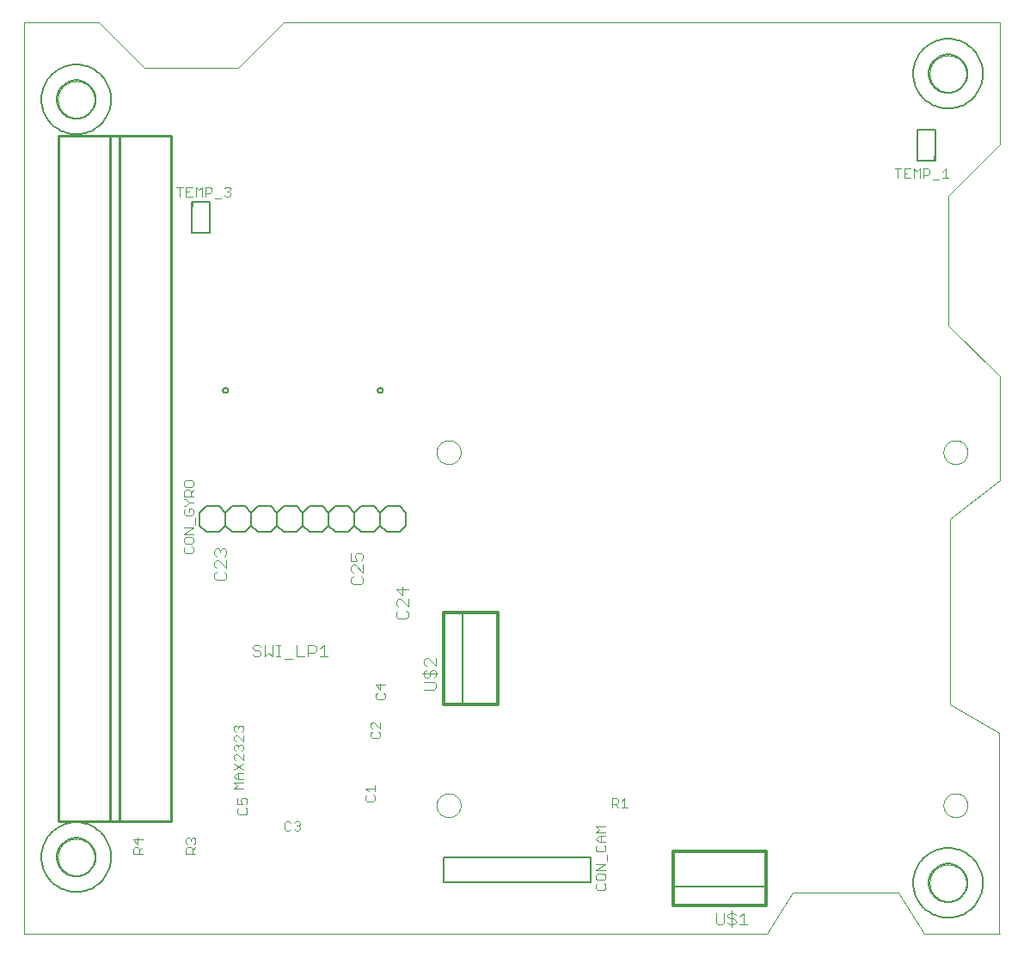
<source format=gto>
G75*
%MOIN*%
%OFA0B0*%
%FSLAX24Y24*%
%IPPOS*%
%LPD*%
%AMOC8*
5,1,8,0,0,1.08239X$1,22.5*
%
%ADD10C,0.0000*%
%ADD11C,0.0080*%
%ADD12C,0.0030*%
%ADD13C,0.0060*%
%ADD14C,0.0050*%
%ADD15C,0.0100*%
%ADD16R,0.0100X0.0200*%
%ADD17C,0.0040*%
%ADD18C,0.0120*%
D10*
X000115Y000135D02*
X028915Y000135D01*
X029918Y001748D01*
X034009Y001748D01*
X035015Y000135D01*
X037915Y000135D01*
X037915Y007935D01*
X036015Y009035D01*
X036015Y016235D01*
X037925Y017755D01*
X037925Y021775D01*
X035935Y023765D01*
X035935Y028785D01*
X037925Y030775D01*
X037925Y035521D01*
X037926Y035521D02*
X010158Y035521D01*
X008391Y033757D01*
X004761Y033757D01*
X002997Y035521D01*
X000115Y035521D01*
X000115Y035521D01*
X000115Y000135D01*
X001416Y003125D02*
X001418Y003178D01*
X001424Y003231D01*
X001434Y003283D01*
X001447Y003334D01*
X001465Y003384D01*
X001486Y003433D01*
X001511Y003480D01*
X001539Y003524D01*
X001571Y003567D01*
X001605Y003607D01*
X001643Y003645D01*
X001683Y003679D01*
X001726Y003711D01*
X001771Y003739D01*
X001817Y003764D01*
X001866Y003785D01*
X001916Y003803D01*
X001967Y003816D01*
X002019Y003826D01*
X002072Y003832D01*
X002125Y003834D01*
X002178Y003832D01*
X002231Y003826D01*
X002283Y003816D01*
X002334Y003803D01*
X002384Y003785D01*
X002433Y003764D01*
X002480Y003739D01*
X002524Y003711D01*
X002567Y003679D01*
X002607Y003645D01*
X002645Y003607D01*
X002679Y003567D01*
X002711Y003524D01*
X002739Y003479D01*
X002764Y003433D01*
X002785Y003384D01*
X002803Y003334D01*
X002816Y003283D01*
X002826Y003231D01*
X002832Y003178D01*
X002834Y003125D01*
X002832Y003072D01*
X002826Y003019D01*
X002816Y002967D01*
X002803Y002916D01*
X002785Y002866D01*
X002764Y002817D01*
X002739Y002770D01*
X002711Y002726D01*
X002679Y002683D01*
X002645Y002643D01*
X002607Y002605D01*
X002567Y002571D01*
X002524Y002539D01*
X002479Y002511D01*
X002433Y002486D01*
X002384Y002465D01*
X002334Y002447D01*
X002283Y002434D01*
X002231Y002424D01*
X002178Y002418D01*
X002125Y002416D01*
X002072Y002418D01*
X002019Y002424D01*
X001967Y002434D01*
X001916Y002447D01*
X001866Y002465D01*
X001817Y002486D01*
X001770Y002511D01*
X001726Y002539D01*
X001683Y002571D01*
X001643Y002605D01*
X001605Y002643D01*
X001571Y002683D01*
X001539Y002726D01*
X001511Y002771D01*
X001486Y002817D01*
X001465Y002866D01*
X001447Y002916D01*
X001434Y002967D01*
X001424Y003019D01*
X001418Y003072D01*
X001416Y003125D01*
X016100Y005135D02*
X016102Y005178D01*
X016108Y005220D01*
X016118Y005262D01*
X016131Y005303D01*
X016149Y005342D01*
X016170Y005380D01*
X016194Y005415D01*
X016221Y005448D01*
X016252Y005479D01*
X016285Y005506D01*
X016320Y005530D01*
X016358Y005551D01*
X016397Y005569D01*
X016438Y005582D01*
X016480Y005592D01*
X016522Y005598D01*
X016565Y005600D01*
X016608Y005598D01*
X016650Y005592D01*
X016692Y005582D01*
X016733Y005569D01*
X016772Y005551D01*
X016810Y005530D01*
X016845Y005506D01*
X016878Y005479D01*
X016909Y005448D01*
X016936Y005415D01*
X016960Y005380D01*
X016981Y005342D01*
X016999Y005303D01*
X017012Y005262D01*
X017022Y005220D01*
X017028Y005178D01*
X017030Y005135D01*
X017028Y005092D01*
X017022Y005050D01*
X017012Y005008D01*
X016999Y004967D01*
X016981Y004928D01*
X016960Y004890D01*
X016936Y004855D01*
X016909Y004822D01*
X016878Y004791D01*
X016845Y004764D01*
X016810Y004740D01*
X016772Y004719D01*
X016733Y004701D01*
X016692Y004688D01*
X016650Y004678D01*
X016608Y004672D01*
X016565Y004670D01*
X016522Y004672D01*
X016480Y004678D01*
X016438Y004688D01*
X016397Y004701D01*
X016358Y004719D01*
X016320Y004740D01*
X016285Y004764D01*
X016252Y004791D01*
X016221Y004822D01*
X016194Y004855D01*
X016170Y004890D01*
X016149Y004928D01*
X016131Y004967D01*
X016118Y005008D01*
X016108Y005050D01*
X016102Y005092D01*
X016100Y005135D01*
X016100Y018835D02*
X016102Y018878D01*
X016108Y018920D01*
X016118Y018962D01*
X016131Y019003D01*
X016149Y019042D01*
X016170Y019080D01*
X016194Y019115D01*
X016221Y019148D01*
X016252Y019179D01*
X016285Y019206D01*
X016320Y019230D01*
X016358Y019251D01*
X016397Y019269D01*
X016438Y019282D01*
X016480Y019292D01*
X016522Y019298D01*
X016565Y019300D01*
X016608Y019298D01*
X016650Y019292D01*
X016692Y019282D01*
X016733Y019269D01*
X016772Y019251D01*
X016810Y019230D01*
X016845Y019206D01*
X016878Y019179D01*
X016909Y019148D01*
X016936Y019115D01*
X016960Y019080D01*
X016981Y019042D01*
X016999Y019003D01*
X017012Y018962D01*
X017022Y018920D01*
X017028Y018878D01*
X017030Y018835D01*
X017028Y018792D01*
X017022Y018750D01*
X017012Y018708D01*
X016999Y018667D01*
X016981Y018628D01*
X016960Y018590D01*
X016936Y018555D01*
X016909Y018522D01*
X016878Y018491D01*
X016845Y018464D01*
X016810Y018440D01*
X016772Y018419D01*
X016733Y018401D01*
X016692Y018388D01*
X016650Y018378D01*
X016608Y018372D01*
X016565Y018370D01*
X016522Y018372D01*
X016480Y018378D01*
X016438Y018388D01*
X016397Y018401D01*
X016358Y018419D01*
X016320Y018440D01*
X016285Y018464D01*
X016252Y018491D01*
X016221Y018522D01*
X016194Y018555D01*
X016170Y018590D01*
X016149Y018628D01*
X016131Y018667D01*
X016118Y018708D01*
X016108Y018750D01*
X016102Y018792D01*
X016100Y018835D01*
X001416Y032525D02*
X001418Y032578D01*
X001424Y032631D01*
X001434Y032683D01*
X001447Y032734D01*
X001465Y032784D01*
X001486Y032833D01*
X001511Y032880D01*
X001539Y032924D01*
X001571Y032967D01*
X001605Y033007D01*
X001643Y033045D01*
X001683Y033079D01*
X001726Y033111D01*
X001771Y033139D01*
X001817Y033164D01*
X001866Y033185D01*
X001916Y033203D01*
X001967Y033216D01*
X002019Y033226D01*
X002072Y033232D01*
X002125Y033234D01*
X002178Y033232D01*
X002231Y033226D01*
X002283Y033216D01*
X002334Y033203D01*
X002384Y033185D01*
X002433Y033164D01*
X002480Y033139D01*
X002524Y033111D01*
X002567Y033079D01*
X002607Y033045D01*
X002645Y033007D01*
X002679Y032967D01*
X002711Y032924D01*
X002739Y032879D01*
X002764Y032833D01*
X002785Y032784D01*
X002803Y032734D01*
X002816Y032683D01*
X002826Y032631D01*
X002832Y032578D01*
X002834Y032525D01*
X002832Y032472D01*
X002826Y032419D01*
X002816Y032367D01*
X002803Y032316D01*
X002785Y032266D01*
X002764Y032217D01*
X002739Y032170D01*
X002711Y032126D01*
X002679Y032083D01*
X002645Y032043D01*
X002607Y032005D01*
X002567Y031971D01*
X002524Y031939D01*
X002479Y031911D01*
X002433Y031886D01*
X002384Y031865D01*
X002334Y031847D01*
X002283Y031834D01*
X002231Y031824D01*
X002178Y031818D01*
X002125Y031816D01*
X002072Y031818D01*
X002019Y031824D01*
X001967Y031834D01*
X001916Y031847D01*
X001866Y031865D01*
X001817Y031886D01*
X001770Y031911D01*
X001726Y031939D01*
X001683Y031971D01*
X001643Y032005D01*
X001605Y032043D01*
X001571Y032083D01*
X001539Y032126D01*
X001511Y032171D01*
X001486Y032217D01*
X001465Y032266D01*
X001447Y032316D01*
X001434Y032367D01*
X001424Y032419D01*
X001418Y032472D01*
X001416Y032525D01*
X035216Y033525D02*
X035218Y033578D01*
X035224Y033631D01*
X035234Y033683D01*
X035247Y033734D01*
X035265Y033784D01*
X035286Y033833D01*
X035311Y033880D01*
X035339Y033924D01*
X035371Y033967D01*
X035405Y034007D01*
X035443Y034045D01*
X035483Y034079D01*
X035526Y034111D01*
X035571Y034139D01*
X035617Y034164D01*
X035666Y034185D01*
X035716Y034203D01*
X035767Y034216D01*
X035819Y034226D01*
X035872Y034232D01*
X035925Y034234D01*
X035978Y034232D01*
X036031Y034226D01*
X036083Y034216D01*
X036134Y034203D01*
X036184Y034185D01*
X036233Y034164D01*
X036280Y034139D01*
X036324Y034111D01*
X036367Y034079D01*
X036407Y034045D01*
X036445Y034007D01*
X036479Y033967D01*
X036511Y033924D01*
X036539Y033879D01*
X036564Y033833D01*
X036585Y033784D01*
X036603Y033734D01*
X036616Y033683D01*
X036626Y033631D01*
X036632Y033578D01*
X036634Y033525D01*
X036632Y033472D01*
X036626Y033419D01*
X036616Y033367D01*
X036603Y033316D01*
X036585Y033266D01*
X036564Y033217D01*
X036539Y033170D01*
X036511Y033126D01*
X036479Y033083D01*
X036445Y033043D01*
X036407Y033005D01*
X036367Y032971D01*
X036324Y032939D01*
X036279Y032911D01*
X036233Y032886D01*
X036184Y032865D01*
X036134Y032847D01*
X036083Y032834D01*
X036031Y032824D01*
X035978Y032818D01*
X035925Y032816D01*
X035872Y032818D01*
X035819Y032824D01*
X035767Y032834D01*
X035716Y032847D01*
X035666Y032865D01*
X035617Y032886D01*
X035570Y032911D01*
X035526Y032939D01*
X035483Y032971D01*
X035443Y033005D01*
X035405Y033043D01*
X035371Y033083D01*
X035339Y033126D01*
X035311Y033171D01*
X035286Y033217D01*
X035265Y033266D01*
X035247Y033316D01*
X035234Y033367D01*
X035224Y033419D01*
X035218Y033472D01*
X035216Y033525D01*
X035750Y018835D02*
X035752Y018878D01*
X035758Y018920D01*
X035768Y018962D01*
X035781Y019003D01*
X035799Y019042D01*
X035820Y019080D01*
X035844Y019115D01*
X035871Y019148D01*
X035902Y019179D01*
X035935Y019206D01*
X035970Y019230D01*
X036008Y019251D01*
X036047Y019269D01*
X036088Y019282D01*
X036130Y019292D01*
X036172Y019298D01*
X036215Y019300D01*
X036258Y019298D01*
X036300Y019292D01*
X036342Y019282D01*
X036383Y019269D01*
X036422Y019251D01*
X036460Y019230D01*
X036495Y019206D01*
X036528Y019179D01*
X036559Y019148D01*
X036586Y019115D01*
X036610Y019080D01*
X036631Y019042D01*
X036649Y019003D01*
X036662Y018962D01*
X036672Y018920D01*
X036678Y018878D01*
X036680Y018835D01*
X036678Y018792D01*
X036672Y018750D01*
X036662Y018708D01*
X036649Y018667D01*
X036631Y018628D01*
X036610Y018590D01*
X036586Y018555D01*
X036559Y018522D01*
X036528Y018491D01*
X036495Y018464D01*
X036460Y018440D01*
X036422Y018419D01*
X036383Y018401D01*
X036342Y018388D01*
X036300Y018378D01*
X036258Y018372D01*
X036215Y018370D01*
X036172Y018372D01*
X036130Y018378D01*
X036088Y018388D01*
X036047Y018401D01*
X036008Y018419D01*
X035970Y018440D01*
X035935Y018464D01*
X035902Y018491D01*
X035871Y018522D01*
X035844Y018555D01*
X035820Y018590D01*
X035799Y018628D01*
X035781Y018667D01*
X035768Y018708D01*
X035758Y018750D01*
X035752Y018792D01*
X035750Y018835D01*
X035750Y005135D02*
X035752Y005178D01*
X035758Y005220D01*
X035768Y005262D01*
X035781Y005303D01*
X035799Y005342D01*
X035820Y005380D01*
X035844Y005415D01*
X035871Y005448D01*
X035902Y005479D01*
X035935Y005506D01*
X035970Y005530D01*
X036008Y005551D01*
X036047Y005569D01*
X036088Y005582D01*
X036130Y005592D01*
X036172Y005598D01*
X036215Y005600D01*
X036258Y005598D01*
X036300Y005592D01*
X036342Y005582D01*
X036383Y005569D01*
X036422Y005551D01*
X036460Y005530D01*
X036495Y005506D01*
X036528Y005479D01*
X036559Y005448D01*
X036586Y005415D01*
X036610Y005380D01*
X036631Y005342D01*
X036649Y005303D01*
X036662Y005262D01*
X036672Y005220D01*
X036678Y005178D01*
X036680Y005135D01*
X036678Y005092D01*
X036672Y005050D01*
X036662Y005008D01*
X036649Y004967D01*
X036631Y004928D01*
X036610Y004890D01*
X036586Y004855D01*
X036559Y004822D01*
X036528Y004791D01*
X036495Y004764D01*
X036460Y004740D01*
X036422Y004719D01*
X036383Y004701D01*
X036342Y004688D01*
X036300Y004678D01*
X036258Y004672D01*
X036215Y004670D01*
X036172Y004672D01*
X036130Y004678D01*
X036088Y004688D01*
X036047Y004701D01*
X036008Y004719D01*
X035970Y004740D01*
X035935Y004764D01*
X035902Y004791D01*
X035871Y004822D01*
X035844Y004855D01*
X035820Y004890D01*
X035799Y004928D01*
X035781Y004967D01*
X035768Y005008D01*
X035758Y005050D01*
X035752Y005092D01*
X035750Y005135D01*
X035216Y002125D02*
X035218Y002178D01*
X035224Y002231D01*
X035234Y002283D01*
X035247Y002334D01*
X035265Y002384D01*
X035286Y002433D01*
X035311Y002480D01*
X035339Y002524D01*
X035371Y002567D01*
X035405Y002607D01*
X035443Y002645D01*
X035483Y002679D01*
X035526Y002711D01*
X035571Y002739D01*
X035617Y002764D01*
X035666Y002785D01*
X035716Y002803D01*
X035767Y002816D01*
X035819Y002826D01*
X035872Y002832D01*
X035925Y002834D01*
X035978Y002832D01*
X036031Y002826D01*
X036083Y002816D01*
X036134Y002803D01*
X036184Y002785D01*
X036233Y002764D01*
X036280Y002739D01*
X036324Y002711D01*
X036367Y002679D01*
X036407Y002645D01*
X036445Y002607D01*
X036479Y002567D01*
X036511Y002524D01*
X036539Y002479D01*
X036564Y002433D01*
X036585Y002384D01*
X036603Y002334D01*
X036616Y002283D01*
X036626Y002231D01*
X036632Y002178D01*
X036634Y002125D01*
X036632Y002072D01*
X036626Y002019D01*
X036616Y001967D01*
X036603Y001916D01*
X036585Y001866D01*
X036564Y001817D01*
X036539Y001770D01*
X036511Y001726D01*
X036479Y001683D01*
X036445Y001643D01*
X036407Y001605D01*
X036367Y001571D01*
X036324Y001539D01*
X036279Y001511D01*
X036233Y001486D01*
X036184Y001465D01*
X036134Y001447D01*
X036083Y001434D01*
X036031Y001424D01*
X035978Y001418D01*
X035925Y001416D01*
X035872Y001418D01*
X035819Y001424D01*
X035767Y001434D01*
X035716Y001447D01*
X035666Y001465D01*
X035617Y001486D01*
X035570Y001511D01*
X035526Y001539D01*
X035483Y001571D01*
X035443Y001605D01*
X035405Y001643D01*
X035371Y001683D01*
X035339Y001726D01*
X035311Y001771D01*
X035286Y001817D01*
X035265Y001866D01*
X035247Y001916D01*
X035234Y001967D01*
X035224Y002019D01*
X035218Y002072D01*
X035216Y002125D01*
X037915Y000135D02*
X037925Y000135D01*
D11*
X035177Y002125D02*
X035179Y002180D01*
X035185Y002234D01*
X035195Y002288D01*
X035209Y002340D01*
X035226Y002392D01*
X035248Y002442D01*
X035273Y002491D01*
X035301Y002538D01*
X035333Y002582D01*
X035368Y002624D01*
X035406Y002663D01*
X035447Y002700D01*
X035490Y002733D01*
X035535Y002763D01*
X035583Y002790D01*
X035632Y002813D01*
X035683Y002833D01*
X035736Y002849D01*
X035789Y002861D01*
X035843Y002869D01*
X035898Y002873D01*
X035952Y002873D01*
X036007Y002869D01*
X036061Y002861D01*
X036114Y002849D01*
X036167Y002833D01*
X036218Y002813D01*
X036267Y002790D01*
X036315Y002763D01*
X036360Y002733D01*
X036403Y002700D01*
X036444Y002663D01*
X036482Y002624D01*
X036517Y002582D01*
X036549Y002538D01*
X036577Y002491D01*
X036602Y002442D01*
X036624Y002392D01*
X036641Y002340D01*
X036655Y002288D01*
X036665Y002234D01*
X036671Y002180D01*
X036673Y002125D01*
X036671Y002070D01*
X036665Y002016D01*
X036655Y001962D01*
X036641Y001910D01*
X036624Y001858D01*
X036602Y001808D01*
X036577Y001759D01*
X036549Y001712D01*
X036517Y001668D01*
X036482Y001626D01*
X036444Y001587D01*
X036403Y001550D01*
X036360Y001517D01*
X036315Y001487D01*
X036267Y001460D01*
X036218Y001437D01*
X036167Y001417D01*
X036114Y001401D01*
X036061Y001389D01*
X036007Y001381D01*
X035952Y001377D01*
X035898Y001377D01*
X035843Y001381D01*
X035789Y001389D01*
X035736Y001401D01*
X035683Y001417D01*
X035632Y001437D01*
X035583Y001460D01*
X035535Y001487D01*
X035490Y001517D01*
X035447Y001550D01*
X035406Y001587D01*
X035368Y001626D01*
X035333Y001668D01*
X035301Y001712D01*
X035273Y001759D01*
X035248Y001808D01*
X035226Y001858D01*
X035209Y001910D01*
X035195Y001962D01*
X035185Y002016D01*
X035179Y002070D01*
X035177Y002125D01*
X022069Y002143D02*
X016361Y002143D01*
X016361Y003127D01*
X022069Y003127D01*
X022069Y002143D01*
X001377Y003125D02*
X001379Y003180D01*
X001385Y003234D01*
X001395Y003288D01*
X001409Y003340D01*
X001426Y003392D01*
X001448Y003442D01*
X001473Y003491D01*
X001501Y003538D01*
X001533Y003582D01*
X001568Y003624D01*
X001606Y003663D01*
X001647Y003700D01*
X001690Y003733D01*
X001735Y003763D01*
X001783Y003790D01*
X001832Y003813D01*
X001883Y003833D01*
X001936Y003849D01*
X001989Y003861D01*
X002043Y003869D01*
X002098Y003873D01*
X002152Y003873D01*
X002207Y003869D01*
X002261Y003861D01*
X002314Y003849D01*
X002367Y003833D01*
X002418Y003813D01*
X002467Y003790D01*
X002515Y003763D01*
X002560Y003733D01*
X002603Y003700D01*
X002644Y003663D01*
X002682Y003624D01*
X002717Y003582D01*
X002749Y003538D01*
X002777Y003491D01*
X002802Y003442D01*
X002824Y003392D01*
X002841Y003340D01*
X002855Y003288D01*
X002865Y003234D01*
X002871Y003180D01*
X002873Y003125D01*
X002871Y003070D01*
X002865Y003016D01*
X002855Y002962D01*
X002841Y002910D01*
X002824Y002858D01*
X002802Y002808D01*
X002777Y002759D01*
X002749Y002712D01*
X002717Y002668D01*
X002682Y002626D01*
X002644Y002587D01*
X002603Y002550D01*
X002560Y002517D01*
X002515Y002487D01*
X002467Y002460D01*
X002418Y002437D01*
X002367Y002417D01*
X002314Y002401D01*
X002261Y002389D01*
X002207Y002381D01*
X002152Y002377D01*
X002098Y002377D01*
X002043Y002381D01*
X001989Y002389D01*
X001936Y002401D01*
X001883Y002417D01*
X001832Y002437D01*
X001783Y002460D01*
X001735Y002487D01*
X001690Y002517D01*
X001647Y002550D01*
X001606Y002587D01*
X001568Y002626D01*
X001533Y002668D01*
X001501Y002712D01*
X001473Y002759D01*
X001448Y002808D01*
X001426Y002858D01*
X001409Y002910D01*
X001395Y002962D01*
X001385Y003016D01*
X001379Y003070D01*
X001377Y003125D01*
X001377Y032525D02*
X001379Y032580D01*
X001385Y032634D01*
X001395Y032688D01*
X001409Y032740D01*
X001426Y032792D01*
X001448Y032842D01*
X001473Y032891D01*
X001501Y032938D01*
X001533Y032982D01*
X001568Y033024D01*
X001606Y033063D01*
X001647Y033100D01*
X001690Y033133D01*
X001735Y033163D01*
X001783Y033190D01*
X001832Y033213D01*
X001883Y033233D01*
X001936Y033249D01*
X001989Y033261D01*
X002043Y033269D01*
X002098Y033273D01*
X002152Y033273D01*
X002207Y033269D01*
X002261Y033261D01*
X002314Y033249D01*
X002367Y033233D01*
X002418Y033213D01*
X002467Y033190D01*
X002515Y033163D01*
X002560Y033133D01*
X002603Y033100D01*
X002644Y033063D01*
X002682Y033024D01*
X002717Y032982D01*
X002749Y032938D01*
X002777Y032891D01*
X002802Y032842D01*
X002824Y032792D01*
X002841Y032740D01*
X002855Y032688D01*
X002865Y032634D01*
X002871Y032580D01*
X002873Y032525D01*
X002871Y032470D01*
X002865Y032416D01*
X002855Y032362D01*
X002841Y032310D01*
X002824Y032258D01*
X002802Y032208D01*
X002777Y032159D01*
X002749Y032112D01*
X002717Y032068D01*
X002682Y032026D01*
X002644Y031987D01*
X002603Y031950D01*
X002560Y031917D01*
X002515Y031887D01*
X002467Y031860D01*
X002418Y031837D01*
X002367Y031817D01*
X002314Y031801D01*
X002261Y031789D01*
X002207Y031781D01*
X002152Y031777D01*
X002098Y031777D01*
X002043Y031781D01*
X001989Y031789D01*
X001936Y031801D01*
X001883Y031817D01*
X001832Y031837D01*
X001783Y031860D01*
X001735Y031887D01*
X001690Y031917D01*
X001647Y031950D01*
X001606Y031987D01*
X001568Y032026D01*
X001533Y032068D01*
X001501Y032112D01*
X001473Y032159D01*
X001448Y032208D01*
X001426Y032258D01*
X001409Y032310D01*
X001395Y032362D01*
X001385Y032416D01*
X001379Y032470D01*
X001377Y032525D01*
X035177Y033525D02*
X035179Y033580D01*
X035185Y033634D01*
X035195Y033688D01*
X035209Y033740D01*
X035226Y033792D01*
X035248Y033842D01*
X035273Y033891D01*
X035301Y033938D01*
X035333Y033982D01*
X035368Y034024D01*
X035406Y034063D01*
X035447Y034100D01*
X035490Y034133D01*
X035535Y034163D01*
X035583Y034190D01*
X035632Y034213D01*
X035683Y034233D01*
X035736Y034249D01*
X035789Y034261D01*
X035843Y034269D01*
X035898Y034273D01*
X035952Y034273D01*
X036007Y034269D01*
X036061Y034261D01*
X036114Y034249D01*
X036167Y034233D01*
X036218Y034213D01*
X036267Y034190D01*
X036315Y034163D01*
X036360Y034133D01*
X036403Y034100D01*
X036444Y034063D01*
X036482Y034024D01*
X036517Y033982D01*
X036549Y033938D01*
X036577Y033891D01*
X036602Y033842D01*
X036624Y033792D01*
X036641Y033740D01*
X036655Y033688D01*
X036665Y033634D01*
X036671Y033580D01*
X036673Y033525D01*
X036671Y033470D01*
X036665Y033416D01*
X036655Y033362D01*
X036641Y033310D01*
X036624Y033258D01*
X036602Y033208D01*
X036577Y033159D01*
X036549Y033112D01*
X036517Y033068D01*
X036482Y033026D01*
X036444Y032987D01*
X036403Y032950D01*
X036360Y032917D01*
X036315Y032887D01*
X036267Y032860D01*
X036218Y032837D01*
X036167Y032817D01*
X036114Y032801D01*
X036061Y032789D01*
X036007Y032781D01*
X035952Y032777D01*
X035898Y032777D01*
X035843Y032781D01*
X035789Y032789D01*
X035736Y032801D01*
X035683Y032817D01*
X035632Y032837D01*
X035583Y032860D01*
X035535Y032887D01*
X035490Y032917D01*
X035447Y032950D01*
X035406Y032987D01*
X035368Y033026D01*
X035333Y033068D01*
X035301Y033112D01*
X035273Y033159D01*
X035248Y033208D01*
X035226Y033258D01*
X035209Y033310D01*
X035195Y033362D01*
X035185Y033416D01*
X035179Y033470D01*
X035177Y033525D01*
D12*
X035146Y029845D02*
X034961Y029845D01*
X034961Y029474D01*
X034840Y029474D02*
X034840Y029845D01*
X034716Y029721D01*
X034593Y029845D01*
X034593Y029474D01*
X034472Y029474D02*
X034225Y029474D01*
X034225Y029845D01*
X034472Y029845D01*
X034348Y029660D02*
X034225Y029660D01*
X034103Y029845D02*
X033856Y029845D01*
X033980Y029845D02*
X033980Y029474D01*
X034961Y029598D02*
X035146Y029598D01*
X035208Y029660D01*
X035208Y029783D01*
X035146Y029845D01*
X035330Y029413D02*
X035576Y029413D01*
X035698Y029474D02*
X035945Y029474D01*
X035821Y029474D02*
X035821Y029845D01*
X035698Y029721D01*
X014100Y009803D02*
X013730Y009803D01*
X013915Y009618D01*
X013915Y009865D01*
X014038Y009497D02*
X014100Y009435D01*
X014100Y009312D01*
X014038Y009250D01*
X013791Y009250D01*
X013730Y009312D01*
X013730Y009435D01*
X013791Y009497D01*
X013900Y008365D02*
X013900Y008118D01*
X013653Y008365D01*
X013591Y008365D01*
X013530Y008303D01*
X013530Y008180D01*
X013591Y008118D01*
X013591Y007997D02*
X013530Y007935D01*
X013530Y007812D01*
X013591Y007750D01*
X013838Y007750D01*
X013900Y007812D01*
X013900Y007935D01*
X013838Y007997D01*
X013700Y005915D02*
X013700Y005668D01*
X013700Y005792D02*
X013330Y005792D01*
X013453Y005668D01*
X013391Y005547D02*
X013330Y005485D01*
X013330Y005362D01*
X013391Y005300D01*
X013638Y005300D01*
X013700Y005362D01*
X013700Y005485D01*
X013638Y005547D01*
X010809Y004459D02*
X010809Y004397D01*
X010747Y004335D01*
X010809Y004273D01*
X010809Y004212D01*
X010747Y004150D01*
X010623Y004150D01*
X010562Y004212D01*
X010440Y004212D02*
X010379Y004150D01*
X010255Y004150D01*
X010193Y004212D01*
X010193Y004459D01*
X010255Y004520D01*
X010379Y004520D01*
X010440Y004459D01*
X010562Y004459D02*
X010623Y004520D01*
X010747Y004520D01*
X010809Y004459D01*
X010747Y004335D02*
X010685Y004335D01*
X008750Y004862D02*
X008750Y004985D01*
X008688Y005047D01*
X008688Y005168D02*
X008750Y005230D01*
X008750Y005353D01*
X008688Y005415D01*
X008565Y005415D01*
X008503Y005353D01*
X008503Y005292D01*
X008565Y005168D01*
X008380Y005168D01*
X008380Y005415D01*
X008441Y005047D02*
X008380Y004985D01*
X008380Y004862D01*
X008441Y004800D01*
X008688Y004800D01*
X008750Y004862D01*
X008600Y005772D02*
X008230Y005772D01*
X008353Y005895D01*
X008230Y006019D01*
X008600Y006019D01*
X008600Y006140D02*
X008353Y006140D01*
X008230Y006264D01*
X008353Y006387D01*
X008600Y006387D01*
X008600Y006508D02*
X008230Y006755D01*
X008291Y006877D02*
X008230Y006938D01*
X008230Y007062D01*
X008291Y007124D01*
X008353Y007124D01*
X008600Y006877D01*
X008600Y007124D01*
X008538Y007245D02*
X008600Y007307D01*
X008600Y007430D01*
X008538Y007492D01*
X008477Y007492D01*
X008415Y007430D01*
X008415Y007368D01*
X008415Y007430D02*
X008353Y007492D01*
X008291Y007492D01*
X008230Y007430D01*
X008230Y007307D01*
X008291Y007245D01*
X008291Y007613D02*
X008230Y007675D01*
X008230Y007799D01*
X008291Y007860D01*
X008353Y007860D01*
X008600Y007613D01*
X008600Y007860D01*
X008538Y007982D02*
X008600Y008043D01*
X008600Y008167D01*
X008538Y008229D01*
X008477Y008229D01*
X008415Y008167D01*
X008415Y008105D01*
X008415Y008167D02*
X008353Y008229D01*
X008291Y008229D01*
X008230Y008167D01*
X008230Y008043D01*
X008291Y007982D01*
X008600Y006755D02*
X008230Y006508D01*
X008415Y006387D02*
X008415Y006140D01*
X006688Y003879D02*
X006750Y003817D01*
X006750Y003693D01*
X006688Y003632D01*
X006750Y003510D02*
X006627Y003387D01*
X006627Y003449D02*
X006627Y003263D01*
X006750Y003263D02*
X006380Y003263D01*
X006380Y003449D01*
X006441Y003510D01*
X006565Y003510D01*
X006627Y003449D01*
X006441Y003632D02*
X006380Y003693D01*
X006380Y003817D01*
X006441Y003879D01*
X006503Y003879D01*
X006565Y003817D01*
X006627Y003879D01*
X006688Y003879D01*
X006565Y003817D02*
X006565Y003755D01*
X004700Y003817D02*
X004330Y003817D01*
X004515Y003632D01*
X004515Y003879D01*
X004515Y003510D02*
X004577Y003449D01*
X004577Y003263D01*
X004700Y003263D02*
X004330Y003263D01*
X004330Y003449D01*
X004391Y003510D01*
X004515Y003510D01*
X004577Y003387D02*
X004700Y003510D01*
X006371Y014920D02*
X006618Y014920D01*
X006680Y014982D01*
X006680Y015105D01*
X006618Y015167D01*
X006618Y015288D02*
X006680Y015350D01*
X006680Y015473D01*
X006618Y015535D01*
X006371Y015535D01*
X006310Y015473D01*
X006310Y015350D01*
X006371Y015288D01*
X006618Y015288D01*
X006371Y015167D02*
X006310Y015105D01*
X006310Y014982D01*
X006371Y014920D01*
X006310Y015657D02*
X006680Y015904D01*
X006310Y015904D01*
X006310Y015657D02*
X006680Y015657D01*
X006742Y016025D02*
X006742Y016272D01*
X006618Y016393D02*
X006680Y016455D01*
X006680Y016578D01*
X006618Y016640D01*
X006495Y016640D01*
X006495Y016517D01*
X006371Y016640D02*
X006310Y016578D01*
X006310Y016455D01*
X006371Y016393D01*
X006618Y016393D01*
X006371Y016762D02*
X006495Y016885D01*
X006680Y016885D01*
X006495Y016885D02*
X006371Y017008D01*
X006310Y017008D01*
X006310Y017130D02*
X006310Y017315D01*
X006371Y017377D01*
X006495Y017377D01*
X006557Y017315D01*
X006557Y017130D01*
X006680Y017130D02*
X006310Y017130D01*
X006557Y017253D02*
X006680Y017377D01*
X006618Y017498D02*
X006680Y017560D01*
X006680Y017683D01*
X006618Y017745D01*
X006371Y017745D01*
X006310Y017683D01*
X006310Y017560D01*
X006371Y017498D01*
X006618Y017498D01*
X006371Y016762D02*
X006310Y016762D01*
X007491Y028697D02*
X007738Y028697D01*
X007859Y028820D02*
X007921Y028759D01*
X008044Y028759D01*
X008106Y028820D01*
X008106Y028882D01*
X008044Y028944D01*
X007982Y028944D01*
X008044Y028944D02*
X008106Y029006D01*
X008106Y029067D01*
X008044Y029129D01*
X007921Y029129D01*
X007859Y029067D01*
X007369Y029067D02*
X007369Y028944D01*
X007308Y028882D01*
X007122Y028882D01*
X007122Y028759D02*
X007122Y029129D01*
X007308Y029129D01*
X007369Y029067D01*
X007001Y029129D02*
X007001Y028759D01*
X006754Y028759D02*
X006754Y029129D01*
X006877Y029006D01*
X007001Y029129D01*
X006633Y029129D02*
X006386Y029129D01*
X006386Y028759D01*
X006633Y028759D01*
X006509Y028944D02*
X006386Y028944D01*
X006264Y029129D02*
X006017Y029129D01*
X006141Y029129D02*
X006141Y028759D01*
X022893Y005420D02*
X023079Y005420D01*
X023140Y005359D01*
X023140Y005235D01*
X023079Y005173D01*
X022893Y005173D01*
X022893Y005050D02*
X022893Y005420D01*
X023017Y005173D02*
X023140Y005050D01*
X023262Y005050D02*
X023509Y005050D01*
X023385Y005050D02*
X023385Y005420D01*
X023262Y005297D01*
X022650Y004322D02*
X022279Y004322D01*
X022403Y004199D01*
X022279Y004075D01*
X022650Y004075D01*
X022650Y003954D02*
X022403Y003954D01*
X022279Y003831D01*
X022403Y003707D01*
X022650Y003707D01*
X022588Y003586D02*
X022650Y003524D01*
X022650Y003400D01*
X022588Y003339D01*
X022341Y003339D01*
X022279Y003400D01*
X022279Y003524D01*
X022341Y003586D01*
X022464Y003707D02*
X022464Y003954D01*
X022711Y003217D02*
X022711Y002970D01*
X022650Y002849D02*
X022279Y002849D01*
X022279Y002602D02*
X022650Y002849D01*
X022650Y002602D02*
X022279Y002602D01*
X022341Y002481D02*
X022279Y002419D01*
X022279Y002296D01*
X022341Y002234D01*
X022588Y002234D01*
X022650Y002296D01*
X022650Y002419D01*
X022588Y002481D01*
X022341Y002481D01*
X022341Y002112D02*
X022279Y002051D01*
X022279Y001927D01*
X022341Y001865D01*
X022588Y001865D01*
X022650Y001927D01*
X022650Y002051D01*
X022588Y002112D01*
D13*
X034575Y002125D02*
X034577Y002198D01*
X034583Y002271D01*
X034593Y002343D01*
X034607Y002415D01*
X034624Y002486D01*
X034646Y002556D01*
X034671Y002625D01*
X034700Y002692D01*
X034732Y002757D01*
X034768Y002821D01*
X034808Y002883D01*
X034850Y002942D01*
X034896Y002999D01*
X034945Y003053D01*
X034997Y003105D01*
X035051Y003154D01*
X035108Y003200D01*
X035167Y003242D01*
X035229Y003282D01*
X035293Y003318D01*
X035358Y003350D01*
X035425Y003379D01*
X035494Y003404D01*
X035564Y003426D01*
X035635Y003443D01*
X035707Y003457D01*
X035779Y003467D01*
X035852Y003473D01*
X035925Y003475D01*
X035998Y003473D01*
X036071Y003467D01*
X036143Y003457D01*
X036215Y003443D01*
X036286Y003426D01*
X036356Y003404D01*
X036425Y003379D01*
X036492Y003350D01*
X036557Y003318D01*
X036621Y003282D01*
X036683Y003242D01*
X036742Y003200D01*
X036799Y003154D01*
X036853Y003105D01*
X036905Y003053D01*
X036954Y002999D01*
X037000Y002942D01*
X037042Y002883D01*
X037082Y002821D01*
X037118Y002757D01*
X037150Y002692D01*
X037179Y002625D01*
X037204Y002556D01*
X037226Y002486D01*
X037243Y002415D01*
X037257Y002343D01*
X037267Y002271D01*
X037273Y002198D01*
X037275Y002125D01*
X037273Y002052D01*
X037267Y001979D01*
X037257Y001907D01*
X037243Y001835D01*
X037226Y001764D01*
X037204Y001694D01*
X037179Y001625D01*
X037150Y001558D01*
X037118Y001493D01*
X037082Y001429D01*
X037042Y001367D01*
X037000Y001308D01*
X036954Y001251D01*
X036905Y001197D01*
X036853Y001145D01*
X036799Y001096D01*
X036742Y001050D01*
X036683Y001008D01*
X036621Y000968D01*
X036557Y000932D01*
X036492Y000900D01*
X036425Y000871D01*
X036356Y000846D01*
X036286Y000824D01*
X036215Y000807D01*
X036143Y000793D01*
X036071Y000783D01*
X035998Y000777D01*
X035925Y000775D01*
X035852Y000777D01*
X035779Y000783D01*
X035707Y000793D01*
X035635Y000807D01*
X035564Y000824D01*
X035494Y000846D01*
X035425Y000871D01*
X035358Y000900D01*
X035293Y000932D01*
X035229Y000968D01*
X035167Y001008D01*
X035108Y001050D01*
X035051Y001096D01*
X034997Y001145D01*
X034945Y001197D01*
X034896Y001251D01*
X034850Y001308D01*
X034808Y001367D01*
X034768Y001429D01*
X034732Y001493D01*
X034700Y001558D01*
X034671Y001625D01*
X034646Y001694D01*
X034624Y001764D01*
X034607Y001835D01*
X034593Y001907D01*
X034583Y001979D01*
X034577Y002052D01*
X034575Y002125D01*
X014915Y015985D02*
X014665Y015735D01*
X014165Y015735D01*
X013915Y015985D01*
X013665Y015735D01*
X013165Y015735D01*
X012915Y015985D01*
X012665Y015735D01*
X012165Y015735D01*
X011915Y015985D01*
X011665Y015735D01*
X011165Y015735D01*
X010915Y015985D01*
X010665Y015735D01*
X010165Y015735D01*
X009915Y015985D01*
X009665Y015735D01*
X009165Y015735D01*
X008915Y015985D01*
X008665Y015735D01*
X008165Y015735D01*
X007915Y015985D01*
X007665Y015735D01*
X007165Y015735D01*
X006915Y015985D01*
X006915Y016485D01*
X007165Y016735D01*
X007665Y016735D01*
X007915Y016485D01*
X008165Y016735D01*
X008665Y016735D01*
X008915Y016485D01*
X008915Y015985D01*
X008915Y016485D02*
X009165Y016735D01*
X009665Y016735D01*
X009915Y016485D01*
X010165Y016735D01*
X010665Y016735D01*
X010915Y016485D01*
X011165Y016735D01*
X011665Y016735D01*
X011915Y016485D01*
X011915Y015985D01*
X011915Y016485D02*
X012165Y016735D01*
X012665Y016735D01*
X012915Y016485D01*
X013165Y016735D01*
X013665Y016735D01*
X013915Y016485D01*
X014165Y016735D01*
X014665Y016735D01*
X014915Y016485D01*
X014915Y015985D01*
X013915Y015985D02*
X013915Y016485D01*
X012915Y016485D02*
X012915Y015985D01*
X010915Y015985D02*
X010915Y016485D01*
X009915Y016485D02*
X009915Y015985D01*
X007915Y015985D02*
X007915Y016485D01*
X000775Y003125D02*
X000777Y003198D01*
X000783Y003271D01*
X000793Y003343D01*
X000807Y003415D01*
X000824Y003486D01*
X000846Y003556D01*
X000871Y003625D01*
X000900Y003692D01*
X000932Y003757D01*
X000968Y003821D01*
X001008Y003883D01*
X001050Y003942D01*
X001096Y003999D01*
X001145Y004053D01*
X001197Y004105D01*
X001251Y004154D01*
X001308Y004200D01*
X001367Y004242D01*
X001429Y004282D01*
X001493Y004318D01*
X001558Y004350D01*
X001625Y004379D01*
X001694Y004404D01*
X001764Y004426D01*
X001835Y004443D01*
X001907Y004457D01*
X001979Y004467D01*
X002052Y004473D01*
X002125Y004475D01*
X002198Y004473D01*
X002271Y004467D01*
X002343Y004457D01*
X002415Y004443D01*
X002486Y004426D01*
X002556Y004404D01*
X002625Y004379D01*
X002692Y004350D01*
X002757Y004318D01*
X002821Y004282D01*
X002883Y004242D01*
X002942Y004200D01*
X002999Y004154D01*
X003053Y004105D01*
X003105Y004053D01*
X003154Y003999D01*
X003200Y003942D01*
X003242Y003883D01*
X003282Y003821D01*
X003318Y003757D01*
X003350Y003692D01*
X003379Y003625D01*
X003404Y003556D01*
X003426Y003486D01*
X003443Y003415D01*
X003457Y003343D01*
X003467Y003271D01*
X003473Y003198D01*
X003475Y003125D01*
X003473Y003052D01*
X003467Y002979D01*
X003457Y002907D01*
X003443Y002835D01*
X003426Y002764D01*
X003404Y002694D01*
X003379Y002625D01*
X003350Y002558D01*
X003318Y002493D01*
X003282Y002429D01*
X003242Y002367D01*
X003200Y002308D01*
X003154Y002251D01*
X003105Y002197D01*
X003053Y002145D01*
X002999Y002096D01*
X002942Y002050D01*
X002883Y002008D01*
X002821Y001968D01*
X002757Y001932D01*
X002692Y001900D01*
X002625Y001871D01*
X002556Y001846D01*
X002486Y001824D01*
X002415Y001807D01*
X002343Y001793D01*
X002271Y001783D01*
X002198Y001777D01*
X002125Y001775D01*
X002052Y001777D01*
X001979Y001783D01*
X001907Y001793D01*
X001835Y001807D01*
X001764Y001824D01*
X001694Y001846D01*
X001625Y001871D01*
X001558Y001900D01*
X001493Y001932D01*
X001429Y001968D01*
X001367Y002008D01*
X001308Y002050D01*
X001251Y002096D01*
X001197Y002145D01*
X001145Y002197D01*
X001096Y002251D01*
X001050Y002308D01*
X001008Y002367D01*
X000968Y002429D01*
X000932Y002493D01*
X000900Y002558D01*
X000871Y002625D01*
X000846Y002694D01*
X000824Y002764D01*
X000807Y002835D01*
X000793Y002907D01*
X000783Y002979D01*
X000777Y003052D01*
X000775Y003125D01*
X000775Y032525D02*
X000777Y032598D01*
X000783Y032671D01*
X000793Y032743D01*
X000807Y032815D01*
X000824Y032886D01*
X000846Y032956D01*
X000871Y033025D01*
X000900Y033092D01*
X000932Y033157D01*
X000968Y033221D01*
X001008Y033283D01*
X001050Y033342D01*
X001096Y033399D01*
X001145Y033453D01*
X001197Y033505D01*
X001251Y033554D01*
X001308Y033600D01*
X001367Y033642D01*
X001429Y033682D01*
X001493Y033718D01*
X001558Y033750D01*
X001625Y033779D01*
X001694Y033804D01*
X001764Y033826D01*
X001835Y033843D01*
X001907Y033857D01*
X001979Y033867D01*
X002052Y033873D01*
X002125Y033875D01*
X002198Y033873D01*
X002271Y033867D01*
X002343Y033857D01*
X002415Y033843D01*
X002486Y033826D01*
X002556Y033804D01*
X002625Y033779D01*
X002692Y033750D01*
X002757Y033718D01*
X002821Y033682D01*
X002883Y033642D01*
X002942Y033600D01*
X002999Y033554D01*
X003053Y033505D01*
X003105Y033453D01*
X003154Y033399D01*
X003200Y033342D01*
X003242Y033283D01*
X003282Y033221D01*
X003318Y033157D01*
X003350Y033092D01*
X003379Y033025D01*
X003404Y032956D01*
X003426Y032886D01*
X003443Y032815D01*
X003457Y032743D01*
X003467Y032671D01*
X003473Y032598D01*
X003475Y032525D01*
X003473Y032452D01*
X003467Y032379D01*
X003457Y032307D01*
X003443Y032235D01*
X003426Y032164D01*
X003404Y032094D01*
X003379Y032025D01*
X003350Y031958D01*
X003318Y031893D01*
X003282Y031829D01*
X003242Y031767D01*
X003200Y031708D01*
X003154Y031651D01*
X003105Y031597D01*
X003053Y031545D01*
X002999Y031496D01*
X002942Y031450D01*
X002883Y031408D01*
X002821Y031368D01*
X002757Y031332D01*
X002692Y031300D01*
X002625Y031271D01*
X002556Y031246D01*
X002486Y031224D01*
X002415Y031207D01*
X002343Y031193D01*
X002271Y031183D01*
X002198Y031177D01*
X002125Y031175D01*
X002052Y031177D01*
X001979Y031183D01*
X001907Y031193D01*
X001835Y031207D01*
X001764Y031224D01*
X001694Y031246D01*
X001625Y031271D01*
X001558Y031300D01*
X001493Y031332D01*
X001429Y031368D01*
X001367Y031408D01*
X001308Y031450D01*
X001251Y031496D01*
X001197Y031545D01*
X001145Y031597D01*
X001096Y031651D01*
X001050Y031708D01*
X001008Y031767D01*
X000968Y031829D01*
X000932Y031893D01*
X000900Y031958D01*
X000871Y032025D01*
X000846Y032094D01*
X000824Y032164D01*
X000807Y032235D01*
X000793Y032307D01*
X000783Y032379D01*
X000777Y032452D01*
X000775Y032525D01*
X034575Y033525D02*
X034577Y033598D01*
X034583Y033671D01*
X034593Y033743D01*
X034607Y033815D01*
X034624Y033886D01*
X034646Y033956D01*
X034671Y034025D01*
X034700Y034092D01*
X034732Y034157D01*
X034768Y034221D01*
X034808Y034283D01*
X034850Y034342D01*
X034896Y034399D01*
X034945Y034453D01*
X034997Y034505D01*
X035051Y034554D01*
X035108Y034600D01*
X035167Y034642D01*
X035229Y034682D01*
X035293Y034718D01*
X035358Y034750D01*
X035425Y034779D01*
X035494Y034804D01*
X035564Y034826D01*
X035635Y034843D01*
X035707Y034857D01*
X035779Y034867D01*
X035852Y034873D01*
X035925Y034875D01*
X035998Y034873D01*
X036071Y034867D01*
X036143Y034857D01*
X036215Y034843D01*
X036286Y034826D01*
X036356Y034804D01*
X036425Y034779D01*
X036492Y034750D01*
X036557Y034718D01*
X036621Y034682D01*
X036683Y034642D01*
X036742Y034600D01*
X036799Y034554D01*
X036853Y034505D01*
X036905Y034453D01*
X036954Y034399D01*
X037000Y034342D01*
X037042Y034283D01*
X037082Y034221D01*
X037118Y034157D01*
X037150Y034092D01*
X037179Y034025D01*
X037204Y033956D01*
X037226Y033886D01*
X037243Y033815D01*
X037257Y033743D01*
X037267Y033671D01*
X037273Y033598D01*
X037275Y033525D01*
X037273Y033452D01*
X037267Y033379D01*
X037257Y033307D01*
X037243Y033235D01*
X037226Y033164D01*
X037204Y033094D01*
X037179Y033025D01*
X037150Y032958D01*
X037118Y032893D01*
X037082Y032829D01*
X037042Y032767D01*
X037000Y032708D01*
X036954Y032651D01*
X036905Y032597D01*
X036853Y032545D01*
X036799Y032496D01*
X036742Y032450D01*
X036683Y032408D01*
X036621Y032368D01*
X036557Y032332D01*
X036492Y032300D01*
X036425Y032271D01*
X036356Y032246D01*
X036286Y032224D01*
X036215Y032207D01*
X036143Y032193D01*
X036071Y032183D01*
X035998Y032177D01*
X035925Y032175D01*
X035852Y032177D01*
X035779Y032183D01*
X035707Y032193D01*
X035635Y032207D01*
X035564Y032224D01*
X035494Y032246D01*
X035425Y032271D01*
X035358Y032300D01*
X035293Y032332D01*
X035229Y032368D01*
X035167Y032408D01*
X035108Y032450D01*
X035051Y032496D01*
X034997Y032545D01*
X034945Y032597D01*
X034896Y032651D01*
X034850Y032708D01*
X034808Y032767D01*
X034768Y032829D01*
X034732Y032893D01*
X034700Y032958D01*
X034671Y033025D01*
X034646Y033094D01*
X034624Y033164D01*
X034607Y033235D01*
X034593Y033307D01*
X034583Y033379D01*
X034577Y033452D01*
X034575Y033525D01*
D14*
X034751Y031359D02*
X034751Y030159D01*
X035451Y030159D01*
X035451Y031359D01*
X034751Y031359D01*
X017101Y012636D02*
X017101Y009036D01*
X025254Y001989D02*
X028855Y001989D01*
X013815Y021235D02*
X013817Y021255D01*
X013823Y021273D01*
X013832Y021291D01*
X013844Y021306D01*
X013859Y021318D01*
X013877Y021327D01*
X013895Y021333D01*
X013915Y021335D01*
X013935Y021333D01*
X013953Y021327D01*
X013971Y021318D01*
X013986Y021306D01*
X013998Y021291D01*
X014007Y021273D01*
X014013Y021255D01*
X014015Y021235D01*
X014013Y021215D01*
X014007Y021197D01*
X013998Y021179D01*
X013986Y021164D01*
X013971Y021152D01*
X013953Y021143D01*
X013935Y021137D01*
X013915Y021135D01*
X013895Y021137D01*
X013877Y021143D01*
X013859Y021152D01*
X013844Y021164D01*
X013832Y021179D01*
X013823Y021197D01*
X013817Y021215D01*
X013815Y021235D01*
X007815Y021235D02*
X007817Y021255D01*
X007823Y021273D01*
X007832Y021291D01*
X007844Y021306D01*
X007859Y021318D01*
X007877Y021327D01*
X007895Y021333D01*
X007915Y021335D01*
X007935Y021333D01*
X007953Y021327D01*
X007971Y021318D01*
X007986Y021306D01*
X007998Y021291D01*
X008007Y021273D01*
X008013Y021255D01*
X008015Y021235D01*
X008013Y021215D01*
X008007Y021197D01*
X007998Y021179D01*
X007986Y021164D01*
X007971Y021152D01*
X007953Y021143D01*
X007935Y021137D01*
X007915Y021135D01*
X007895Y021137D01*
X007877Y021143D01*
X007859Y021152D01*
X007844Y021164D01*
X007832Y021179D01*
X007823Y021197D01*
X007817Y021215D01*
X007815Y021235D01*
X007302Y027344D02*
X006602Y027344D01*
X006602Y028544D01*
X007302Y028544D01*
X007302Y027344D01*
D15*
X005800Y031125D02*
X003450Y031125D01*
X003450Y004525D01*
X005800Y004525D01*
X005800Y031125D01*
X003800Y031125D02*
X003800Y004525D01*
X001450Y004525D01*
X001450Y031125D01*
X003800Y031125D01*
D16*
X006652Y028444D03*
X035401Y030259D03*
D17*
X014995Y013525D02*
X014535Y013525D01*
X014765Y013295D01*
X014765Y013602D01*
X014688Y013141D02*
X014611Y013141D01*
X014535Y013064D01*
X014535Y012911D01*
X014611Y012834D01*
X014611Y012681D02*
X014535Y012604D01*
X014535Y012451D01*
X014611Y012374D01*
X014918Y012374D01*
X014995Y012451D01*
X014995Y012604D01*
X014918Y012681D01*
X014995Y012834D02*
X014688Y013141D01*
X014995Y013141D02*
X014995Y012834D01*
X013245Y013782D02*
X013245Y013935D01*
X013168Y014012D01*
X013245Y014165D02*
X012938Y014472D01*
X012861Y014472D01*
X012785Y014396D01*
X012785Y014242D01*
X012861Y014165D01*
X012861Y014012D02*
X012785Y013935D01*
X012785Y013782D01*
X012861Y013705D01*
X013168Y013705D01*
X013245Y013782D01*
X013245Y014165D02*
X013245Y014472D01*
X013168Y014626D02*
X013245Y014703D01*
X013245Y014856D01*
X013168Y014933D01*
X013015Y014933D01*
X012938Y014856D01*
X012938Y014779D01*
X013015Y014626D01*
X012785Y014626D01*
X012785Y014933D01*
X011728Y011365D02*
X011728Y010905D01*
X011575Y010905D02*
X011882Y010905D01*
X011575Y011212D02*
X011728Y011365D01*
X011421Y011289D02*
X011421Y011135D01*
X011344Y011058D01*
X011114Y011058D01*
X011114Y010905D02*
X011114Y011365D01*
X011344Y011365D01*
X011421Y011289D01*
X010961Y010905D02*
X010654Y010905D01*
X010654Y011365D01*
X010500Y010828D02*
X010193Y010828D01*
X010040Y010905D02*
X009886Y010905D01*
X009963Y010905D02*
X009963Y011365D01*
X009886Y011365D02*
X010040Y011365D01*
X009733Y011365D02*
X009733Y010905D01*
X009580Y011058D01*
X009426Y010905D01*
X009426Y011365D01*
X009273Y011289D02*
X009196Y011365D01*
X009042Y011365D01*
X008966Y011289D01*
X008966Y011212D01*
X009042Y011135D01*
X009196Y011135D01*
X009273Y011058D01*
X009273Y010982D01*
X009196Y010905D01*
X009042Y010905D01*
X008966Y010982D01*
X007868Y013874D02*
X007561Y013874D01*
X007485Y013951D01*
X007485Y014104D01*
X007561Y014181D01*
X007561Y014334D02*
X007485Y014411D01*
X007485Y014564D01*
X007561Y014641D01*
X007638Y014641D01*
X007945Y014334D01*
X007945Y014641D01*
X007868Y014795D02*
X007945Y014871D01*
X007945Y015025D01*
X007868Y015102D01*
X007792Y015102D01*
X007715Y015025D01*
X007715Y014948D01*
X007715Y015025D02*
X007638Y015102D01*
X007561Y015102D01*
X007485Y015025D01*
X007485Y014871D01*
X007561Y014795D01*
X007868Y014181D02*
X007945Y014104D01*
X007945Y013951D01*
X007868Y013874D01*
X015615Y010776D02*
X015615Y010622D01*
X015691Y010545D01*
X015691Y010392D02*
X015615Y010315D01*
X015615Y010162D01*
X015691Y010085D01*
X015768Y010085D01*
X015845Y010162D01*
X015845Y010315D01*
X015921Y010392D01*
X015998Y010392D01*
X016075Y010315D01*
X016075Y010162D01*
X015998Y010085D01*
X015998Y009932D02*
X015615Y009932D01*
X015615Y009625D02*
X015998Y009625D01*
X016075Y009701D01*
X016075Y009855D01*
X015998Y009932D01*
X016152Y010239D02*
X015538Y010239D01*
X015615Y010776D02*
X015691Y010852D01*
X015768Y010852D01*
X016075Y010545D01*
X016075Y010852D01*
X026925Y000964D02*
X026925Y000580D01*
X027001Y000503D01*
X027155Y000503D01*
X027232Y000580D01*
X027232Y000964D01*
X027385Y000887D02*
X027462Y000964D01*
X027615Y000964D01*
X027692Y000887D01*
X027615Y000734D02*
X027692Y000657D01*
X027692Y000580D01*
X027615Y000503D01*
X027462Y000503D01*
X027385Y000580D01*
X027462Y000734D02*
X027385Y000810D01*
X027385Y000887D01*
X027462Y000734D02*
X027615Y000734D01*
X027845Y000810D02*
X027999Y000964D01*
X027999Y000503D01*
X028152Y000503D02*
X027845Y000503D01*
X027539Y000427D02*
X027539Y001041D01*
D18*
X028855Y001249D02*
X025258Y001249D01*
X025258Y003365D01*
X028855Y003363D01*
X028855Y001989D01*
X028855Y002466D01*
X028855Y001989D02*
X028855Y001922D01*
X028855Y001989D02*
X028855Y001249D01*
X018475Y009036D02*
X017101Y009036D01*
X017577Y009036D01*
X017101Y009036D02*
X017034Y009036D01*
X017101Y009036D02*
X016361Y009036D01*
X016361Y012632D01*
X018477Y012632D01*
X018475Y009036D01*
M02*

</source>
